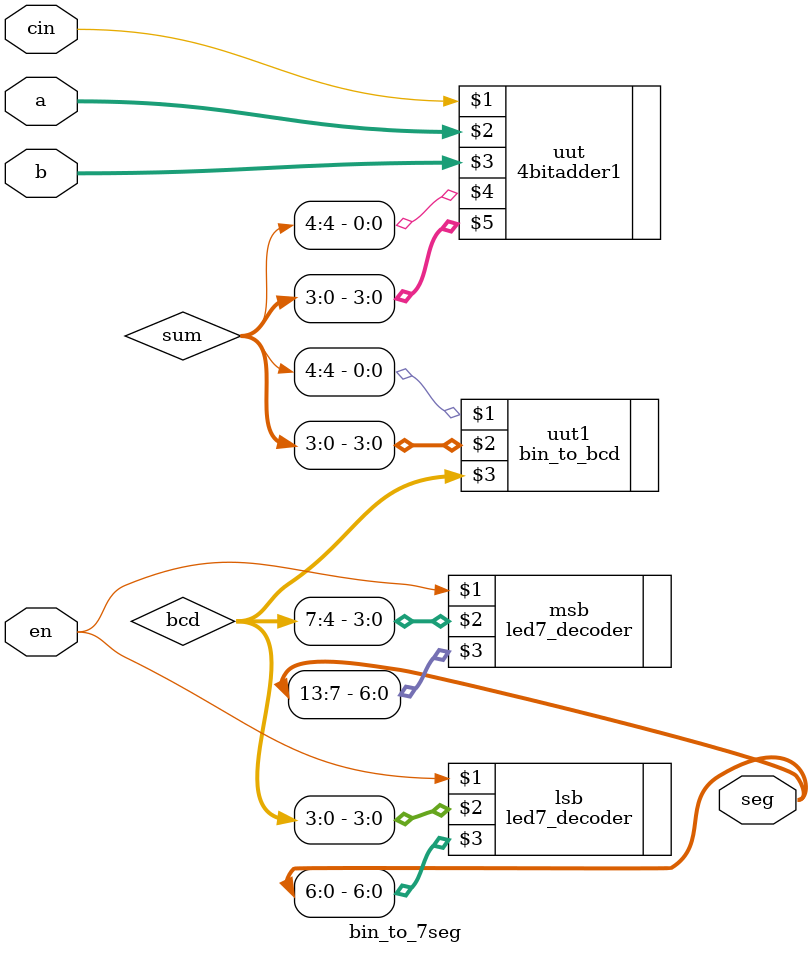
<source format=v>
module bin_to_7seg(input [3:0]a,b,input cin,en, output [13:0]seg);
wire [4:0]sum;
wire [7:0]bcd;


\4bitadder1 uut (
	cin,
	a,
	b,
	sum[4],
	sum[3:0]
);


bin_to_bcd uut1(sum[4],sum[3:0],bcd);

led7_decoder lsb(en,bcd[3:0],seg[6:0]);
led7_decoder  msb(en,bcd[7:4],seg[13:7]);
endmodule


</source>
